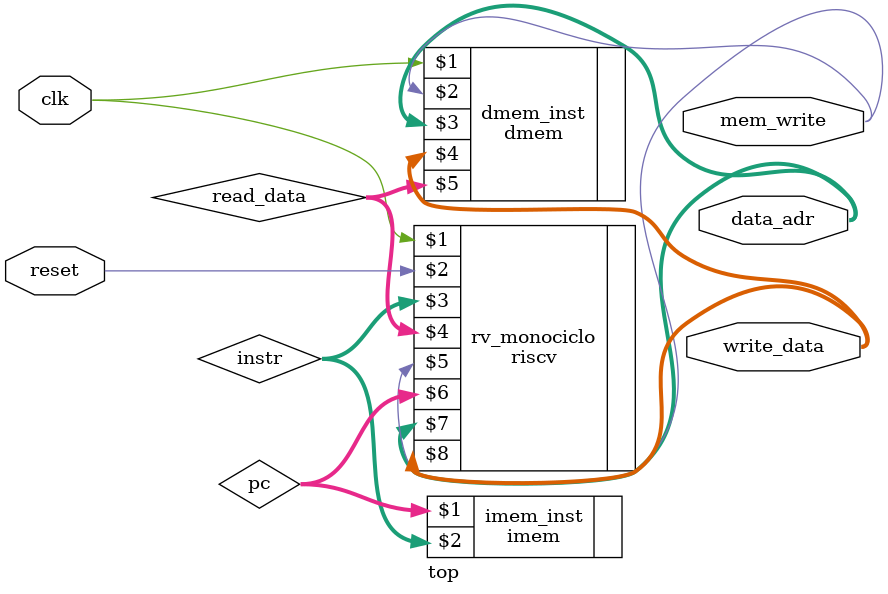
<source format=sv>
module top (input logic  clk, reset,
	    output logic [31:0] write_data,
	    output logic [31:0] data_adr,
	    output logic mem_write);


logic [31:0] pc, instr, read_data;

//instanciamos processor and memories
//data_adr = alu_result en el modulo principal de riscv
riscv rv_monociclo(clk, reset, instr, read_data, mem_write, pc,data_adr, write_data);

imem imem_inst(pc,instr);

dmem dmem_inst (clk, mem_write, data_adr, write_data, read_data);

endmodule




</source>
